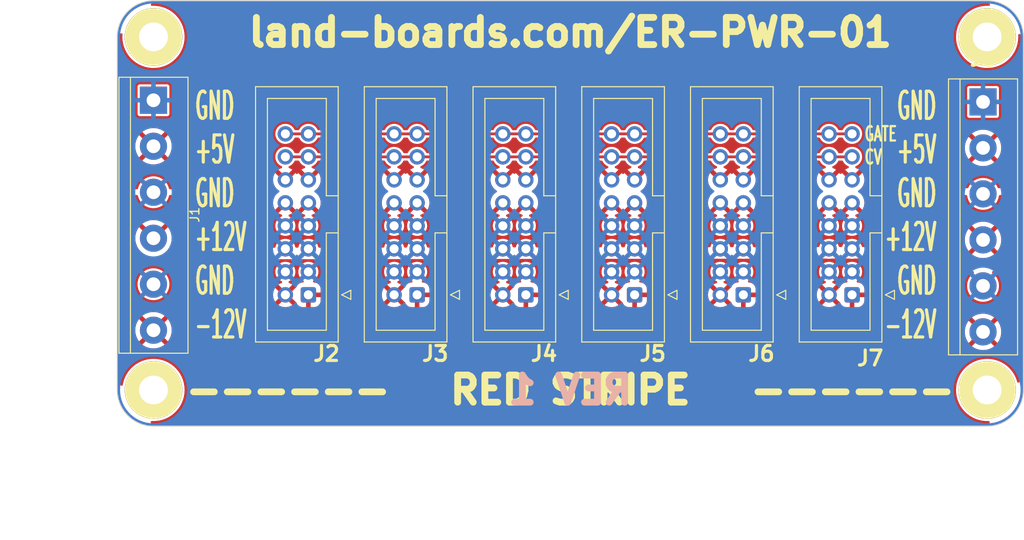
<source format=kicad_pcb>
(kicad_pcb (version 20221018) (generator pcbnew)
  (layers (0 "F.Cu" signal) (31 "B.Cu" signal) (34 "B.Paste" user) (35 "F.Paste" user) (36 "B.SilkS" user "B.Silkscreen") (37 "F.SilkS" user "F.Silkscreen") (38 "B.Mask" user) (39 "F.Mask" user) (44 "Edge.Cuts" user))
  (net 0 "")
  (net 1 "/P13")
  (net 2 "/P15")
  (net 3 "/-12V")
  (net 4 "/+12V")
  (net 5 "/+5V")
  (net 6 "/GND")
  (footprint "LandBoards_MountHoles:MTG-4-40" (layer "F.Cu") (at 94 83)
    (fp_text reference "MTG1" hide)
    (fp_text value "MountingHole" hide)
    (pad "1" thru_hole circle (at 0 0) (size 6.35 6.35) (drill 3.175) (layers "*.Cu" "*.Mask" "F.SilkS"))
  )
  (footprint "Connector_IDC:IDC-Header_2x08_P2.54mm_Vertical" (layer "F.Cu") (at 171.0944 72.4916 180)
    (fp_text reference "J7" (at -2 -7) (layer "F.SilkS") (effects (font (size 1.651 1.651) (thickness 0.34925))))
    (fp_text value "Conn_02x08_Odd_Even")
    (fp_line (start -4.68 -0.5) (end -4.68 0.5) (stroke (width 0.12)) (layer "F.SilkS"))
    (fp_line (start -4.68 0.5) (end -3.68 0) (stroke (width 0.12)) (layer "F.SilkS"))
    (fp_line (start -3.68 0) (end -4.68 -0.5) (stroke (width 0.12)) (layer "F.SilkS"))
    (fp_line (start -3.29 -5.21) (end 5.83 -5.21) (stroke (width 0.12)) (layer "F.SilkS"))
    (fp_line (start -3.29 6.84) (end -1.98 6.84) (stroke (width 0.12)) (layer "F.SilkS"))
    (fp_line (start -3.29 22.99) (end -3.29 -5.21) (stroke (width 0.12)) (layer "F.SilkS"))
    (fp_line (start -1.98 -3.91) (end 4.52 -3.91) (stroke (width 0.12)) (layer "F.SilkS"))
    (fp_line (start -1.98 6.84) (end -1.98 -3.91) (stroke (width 0.12)) (layer "F.SilkS"))
    (fp_line (start -1.98 10.94) (end -3.29 10.94) (stroke (width 0.12)) (layer "F.SilkS"))
    (fp_line (start -1.98 10.94) (end -1.98 10.94) (stroke (width 0.12)) (layer "F.SilkS"))
    (fp_line (start -1.98 21.69) (end -1.98 10.94) (stroke (width 0.12)) (layer "F.SilkS"))
    (fp_line (start 4.52 -3.91) (end 4.52 21.69) (stroke (width 0.12)) (layer "F.SilkS"))
    (fp_line (start 4.52 21.69) (end -1.98 21.69) (stroke (width 0.12)) (layer "F.SilkS"))
    (fp_line (start 5.83 -5.21) (end 5.83 22.99) (stroke (width 0.12)) (layer "F.SilkS"))
    (fp_line (start 5.83 22.99) (end -3.29 22.99) (stroke (width 0.12)) (layer "F.SilkS"))
    (pad "1" thru_hole roundrect (at 0 0 180) (size 1.7 1.7) (drill 1) (layers "*.Cu" "*.Mask") (roundrect_rratio 0.1470588235) (net 3 "/-12V"))
    (pad "2" thru_hole circle (at 2.54 0 180) (size 1.7 1.7) (drill 1) (layers "*.Cu" "*.Mask") (net 3 "/-12V"))
    (pad "3" thru_hole circle (at 0 2.54 180) (size 1.7 1.7) (drill 1) (layers "*.Cu" "*.Mask") (net 6 "/GND"))
    (pad "4" thru_hole circle (at 2.54 2.54 180) (size 1.7 1.7) (drill 1) (layers "*.Cu" "*.Mask") (net 6 "/GND"))
    (pad "5" thru_hole circle (at 0 5.08 180) (size 1.7 1.7) (drill 1) (layers "*.Cu" "*.Mask") (net 6 "/GND"))
    (pad "6" thru_hole circle (at 2.54 5.08 180) (size 1.7 1.7) (drill 1) (layers "*.Cu" "*.Mask") (net 6 "/GND"))
    (pad "7" thru_hole circle (at 0 7.62 180) (size 1.7 1.7) (drill 1) (layers "*.Cu" "*.Mask") (net 6 "/GND"))
    (pad "8" thru_hole circle (at 2.54 7.62 180) (size 1.7 1.7) (drill 1) (layers "*.Cu" "*.Mask") (net 6 "/GND"))
    (pad "9" thru_hole circle (at 0 10.16 180) (size 1.7 1.7) (drill 1) (layers "*.Cu" "*.Mask") (net 4 "/+12V"))
    (pad "10" thru_hole circle (at 2.54 10.16 180) (size 1.7 1.7) (drill 1) (layers "*.Cu" "*.Mask") (net 4 "/+12V"))
    (pad "11" thru_hole circle (at 0 12.7 180) (size 1.7 1.7) (drill 1) (layers "*.Cu" "*.Mask") (net 5 "/+5V"))
    (pad "12" thru_hole circle (at 2.54 12.7 180) (size 1.7 1.7) (drill 1) (layers "*.Cu" "*.Mask") (net 5 "/+5V"))
    (pad "13" thru_hole circle (at 0 15.24 180) (size 1.7 1.7) (drill 1) (layers "*.Cu" "*.Mask") (net 1 "/P13"))
    (pad "14" thru_hole circle (at 2.54 15.24 180) (size 1.7 1.7) (drill 1) (layers "*.Cu" "*.Mask") (net 1 "/P13"))
    (pad "15" thru_hole circle (at 0 17.78 180) (size 1.7 1.7) (drill 1) (layers "*.Cu" "*.Mask") (net 2 "/P15"))
    (pad "16" thru_hole circle (at 2.54 17.78 180) (size 1.7 1.7) (drill 1) (layers "*.Cu" "*.Mask") (net 2 "/P15"))
  )
  (footprint "TerminalBlock:TerminalBlock_bornier-6_P5.08mm" (layer "F.Cu") (at 185.547 51.181 -90)
    (fp_text reference "J8" (at -4.8 0 180) (layer "F.SilkS") (effects (font (size 1.651 1.651) (thickness 0.34925))))
    (fp_text value "Conn_01x06")
    (fp_line (start -2.54 -3.81) (end -2.54 3.81) (stroke (width 0.12)) (layer "F.SilkS"))
    (fp_line (start -2.54 -3.81) (end 27.94 -3.81) (stroke (width 0.12)) (layer "F.SilkS"))
    (fp_line (start -2.54 2.54) (end 27.94 2.54) (stroke (width 0.12)) (layer "F.SilkS"))
    (fp_line (start -2.54 3.81) (end 27.94 3.81) (stroke (width 0.12)) (layer "F.SilkS"))
    (fp_line (start 27.94 3.81) (end 27.94 -3.81) (stroke (width 0.12)) (layer "F.SilkS"))
    (pad "1" thru_hole rect (at 0 0 270) (size 3 3) (drill 1.52) (layers "*.Cu" "*.Mask") (net 6 "/GND"))
    (pad "2" thru_hole circle (at 5.08 0 270) (size 3 3) (drill 1.52) (layers "*.Cu" "*.Mask") (net 5 "/+5V"))
    (pad "3" thru_hole circle (at 10.16 0 270) (size 3 3) (drill 1.52) (layers "*.Cu" "*.Mask") (net 6 "/GND"))
    (pad "4" thru_hole circle (at 15.24 0 270) (size 3 3) (drill 1.52) (layers "*.Cu" "*.Mask") (net 4 "/+12V"))
    (pad "5" thru_hole circle (at 20.32 0 270) (size 3 3) (drill 1.52) (layers "*.Cu" "*.Mask") (net 6 "/GND"))
    (pad "6" thru_hole circle (at 25.4 0 270) (size 3 3) (drill 1.52) (layers "*.Cu" "*.Mask") (net 3 "/-12V"))
  )
  (footprint "Connector_IDC:IDC-Header_2x08_P2.54mm_Vertical" (layer "F.Cu") (at 111.0944 72.4916 180)
    (fp_text reference "J2" (at -2 -6.5) (layer "F.SilkS") (effects (font (size 1.651 1.651) (thickness 0.34925))))
    (fp_text value "Conn_02x08_Odd_Even")
    (fp_line (start -4.68 -0.5) (end -4.68 0.5) (stroke (width 0.12)) (layer "F.SilkS"))
    (fp_line (start -4.68 0.5) (end -3.68 0) (stroke (width 0.12)) (layer "F.SilkS"))
    (fp_line (start -3.68 0) (end -4.68 -0.5) (stroke (width 0.12)) (layer "F.SilkS"))
    (fp_line (start -3.29 -5.21) (end 5.83 -5.21) (stroke (width 0.12)) (layer "F.SilkS"))
    (fp_line (start -3.29 6.84) (end -1.98 6.84) (stroke (width 0.12)) (layer "F.SilkS"))
    (fp_line (start -3.29 22.99) (end -3.29 -5.21) (stroke (width 0.12)) (layer "F.SilkS"))
    (fp_line (start -1.98 -3.91) (end 4.52 -3.91) (stroke (width 0.12)) (layer "F.SilkS"))
    (fp_line (start -1.98 6.84) (end -1.98 -3.91) (stroke (width 0.12)) (layer "F.SilkS"))
    (fp_line (start -1.98 10.94) (end -3.29 10.94) (stroke (width 0.12)) (layer "F.SilkS"))
    (fp_line (start -1.98 10.94) (end -1.98 10.94) (stroke (width 0.12)) (layer "F.SilkS"))
    (fp_line (start -1.98 21.69) (end -1.98 10.94) (stroke (width 0.12)) (layer "F.SilkS"))
    (fp_line (start 4.52 -3.91) (end 4.52 21.69) (stroke (width 0.12)) (layer "F.SilkS"))
    (fp_line (start 4.52 21.69) (end -1.98 21.69) (stroke (width 0.12)) (layer "F.SilkS"))
    (fp_line (start 5.83 -5.21) (end 5.83 22.99) (stroke (width 0.12)) (layer "F.SilkS"))
    (fp_line (start 5.83 22.99) (end -3.29 22.99) (stroke (width 0.12)) (layer "F.SilkS"))
    (pad "1" thru_hole roundrect (at 0 0 180) (size 1.7 1.7) (drill 1) (layers "*.Cu" "*.Mask") (roundrect_rratio 0.1470588235) (net 3 "/-12V"))
    (pad "2" thru_hole circle (at 2.54 0 180) (size 1.7 1.7) (drill 1) (layers "*.Cu" "*.Mask") (net 3 "/-12V"))
    (pad "3" thru_hole circle (at 0 2.54 180) (size 1.7 1.7) (drill 1) (layers "*.Cu" "*.Mask") (net 6 "/GND"))
    (pad "4" thru_hole circle (at 2.54 2.54 180) (size 1.7 1.7) (drill 1) (layers "*.Cu" "*.Mask") (net 6 "/GND"))
    (pad "5" thru_hole circle (at 0 5.08 180) (size 1.7 1.7) (drill 1) (layers "*.Cu" "*.Mask") (net 6 "/GND"))
    (pad "6" thru_hole circle (at 2.54 5.08 180) (size 1.7 1.7) (drill 1) (layers "*.Cu" "*.Mask") (net 6 "/GND"))
    (pad "7" thru_hole circle (at 0 7.62 180) (size 1.7 1.7) (drill 1) (layers "*.Cu" "*.Mask") (net 6 "/GND"))
    (pad "8" thru_hole circle (at 2.54 7.62 180) (size 1.7 1.7) (drill 1) (layers "*.Cu" "*.Mask") (net 6 "/GND"))
    (pad "9" thru_hole circle (at 0 10.16 180) (size 1.7 1.7) (drill 1) (layers "*.Cu" "*.Mask") (net 4 "/+12V"))
    (pad "10" thru_hole circle (at 2.54 10.16 180) (size 1.7 1.7) (drill 1) (layers "*.Cu" "*.Mask") (net 4 "/+12V"))
    (pad "11" thru_hole circle (at 0 12.7 180) (size 1.7 1.7) (drill 1) (layers "*.Cu" "*.Mask") (net 5 "/+5V"))
    (pad "12" thru_hole circle (at 2.54 12.7 180) (size 1.7 1.7) (drill 1) (layers "*.Cu" "*.Mask") (net 5 "/+5V"))
    (pad "13" thru_hole circle (at 0 15.24 180) (size 1.7 1.7) (drill 1) (layers "*.Cu" "*.Mask") (net 1 "/P13"))
    (pad "14" thru_hole circle (at 2.54 15.24 180) (size 1.7 1.7) (drill 1) (layers "*.Cu" "*.Mask") (net 1 "/P13"))
    (pad "15" thru_hole circle (at 0 17.78 180) (size 1.7 1.7) (drill 1) (layers "*.Cu" "*.Mask") (net 2 "/P15"))
    (pad "16" thru_hole circle (at 2.54 17.78 180) (size 1.7 1.7) (drill 1) (layers "*.Cu" "*.Mask") (net 2 "/P15"))
  )
  (footprint "Connector_IDC:IDC-Header_2x08_P2.54mm_Vertical" (layer "F.Cu") (at 159.0944 72.4916 180)
    (fp_text reference "J6" (at -2 -6.5) (layer "F.SilkS") (effects (font (size 1.651 1.651) (thickness 0.34925))))
    (fp_text value "Conn_02x08_Odd_Even")
    (fp_line (start -4.68 -0.5) (end -4.68 0.5) (stroke (width 0.12)) (layer "F.SilkS"))
    (fp_line (start -4.68 0.5) (end -3.68 0) (stroke (width 0.12)) (layer "F.SilkS"))
    (fp_line (start -3.68 0) (end -4.68 -0.5) (stroke (width 0.12)) (layer "F.SilkS"))
    (fp_line (start -3.29 -5.21) (end 5.83 -5.21) (stroke (width 0.12)) (layer "F.SilkS"))
    (fp_line (start -3.29 6.84) (end -1.98 6.84) (stroke (width 0.12)) (layer "F.SilkS"))
    (fp_line (start -3.29 22.99) (end -3.29 -5.21) (stroke (width 0.12)) (layer "F.SilkS"))
    (fp_line (start -1.98 -3.91) (end 4.52 -3.91) (stroke (width 0.12)) (layer "F.SilkS"))
    (fp_line (start -1.98 6.84) (end -1.98 -3.91) (stroke (width 0.12)) (layer "F.SilkS"))
    (fp_line (start -1.98 10.94) (end -3.29 10.94) (stroke (width 0.12)) (layer "F.SilkS"))
    (fp_line (start -1.98 10.94) (end -1.98 10.94) (stroke (width 0.12)) (layer "F.SilkS"))
    (fp_line (start -1.98 21.69) (end -1.98 10.94) (stroke (width 0.12)) (layer "F.SilkS"))
    (fp_line (start 4.52 -3.91) (end 4.52 21.69) (stroke (width 0.12)) (layer "F.SilkS"))
    (fp_line (start 4.52 21.69) (end -1.98 21.69) (stroke (width 0.12)) (layer "F.SilkS"))
    (fp_line (start 5.83 -5.21) (end 5.83 22.99) (stroke (width 0.12)) (layer "F.SilkS"))
    (fp_line (start 5.83 22.99) (end -3.29 22.99) (stroke (width 0.12)) (layer "F.SilkS"))
    (pad "1" thru_hole roundrect (at 0 0 180) (size 1.7 1.7) (drill 1) (layers "*.Cu" "*.Mask") (roundrect_rratio 0.1470588235) (net 3 "/-12V"))
    (pad "2" thru_hole circle (at 2.54 0 180) (size 1.7 1.7) (drill 1) (layers "*.Cu" "*.Mask") (net 3 "/-12V"))
    (pad "3" thru_hole circle (at 0 2.54 180) (size 1.7 1.7) (drill 1) (layers "*.Cu" "*.Mask") (net 6 "/GND"))
    (pad "4" thru_hole circle (at 2.54 2.54 180) (size 1.7 1.7) (drill 1) (layers "*.Cu" "*.Mask") (net 6 "/GND"))
    (pad "5" thru_hole circle (at 0 5.08 180) (size 1.7 1.7) (drill 1) (layers "*.Cu" "*.Mask") (net 6 "/GND"))
    (pad "6" thru_hole circle (at 2.54 5.08 180) (size 1.7 1.7) (drill 1) (layers "*.Cu" "*.Mask") (net 6 "/GND"))
    (pad "7" thru_hole circle (at 0 7.62 180) (size 1.7 1.7) (drill 1) (layers "*.Cu" "*.Mask") (net 6 "/GND"))
    (pad "8" thru_hole circle (at 2.54 7.62 180) (size 1.7 1.7) (drill 1) (layers "*.Cu" "*.Mask") (net 6 "/GND"))
    (pad "9" thru_hole circle (at 0 10.16 180) (size 1.7 1.7) (drill 1) (layers "*.Cu" "*.Mask") (net 4 "/+12V"))
    (pad "10" thru_hole circle (at 2.54 10.16 180) (size 1.7 1.7) (drill 1) (layers "*.Cu" "*.Mask") (net 4 "/+12V"))
    (pad "11" thru_hole circle (at 0 12.7 180) (size 1.7 1.7) (drill 1) (layers "*.Cu" "*.Mask") (net 5 "/+5V"))
    (pad "12" thru_hole circle (at 2.54 12.7 180) (size 1.7 1.7) (drill 1) (layers "*.Cu" "*.Mask") (net 5 "/+5V"))
    (pad "13" thru_hole circle (at 0 15.24 180) (size 1.7 1.7) (drill 1) (layers "*.Cu" "*.Mask") (net 1 "/P13"))
    (pad "14" thru_hole circle (at 2.54 15.24 180) (size 1.7 1.7) (drill 1) (layers "*.Cu" "*.Mask") (net 1 "/P13"))
    (pad "15" thru_hole circle (at 0 17.78 180) (size 1.7 1.7) (drill 1) (layers "*.Cu" "*.Mask") (net 2 "/P15"))
    (pad "16" thru_hole circle (at 2.54 17.78 180) (size 1.7 1.7) (drill 1) (layers "*.Cu" "*.Mask") (net 2 "/P15"))
  )
  (footprint "Connector_IDC:IDC-Header_2x08_P2.54mm_Vertical" (layer "F.Cu") (at 147.0944 72.4916 180)
    (fp_text reference "J5" (at -2 -6.5) (layer "F.SilkS") (effects (font (size 1.651 1.651) (thickness 0.34925))))
    (fp_text value "Conn_02x08_Odd_Even")
    (fp_line (start -4.68 -0.5) (end -4.68 0.5) (stroke (width 0.12)) (layer "F.SilkS"))
    (fp_line (start -4.68 0.5) (end -3.68 0) (stroke (width 0.12)) (layer "F.SilkS"))
    (fp_line (start -3.68 0) (end -4.68 -0.5) (stroke (width 0.12)) (layer "F.SilkS"))
    (fp_line (start -3.29 -5.21) (end 5.83 -5.21) (stroke (width 0.12)) (layer "F.SilkS"))
    (fp_line (start -3.29 6.84) (end -1.98 6.84) (stroke (width 0.12)) (layer "F.SilkS"))
    (fp_line (start -3.29 22.99) (end -3.29 -5.21) (stroke (width 0.12)) (layer "F.SilkS"))
    (fp_line (start -1.98 -3.91) (end 4.52 -3.91) (stroke (width 0.12)) (layer "F.SilkS"))
    (fp_line (start -1.98 6.84) (end -1.98 -3.91) (stroke (width 0.12)) (layer "F.SilkS"))
    (fp_line (start -1.98 10.94) (end -3.29 10.94) (stroke (width 0.12)) (layer "F.SilkS"))
    (fp_line (start -1.98 10.94) (end -1.98 10.94) (stroke (width 0.12)) (layer "F.SilkS"))
    (fp_line (start -1.98 21.69) (end -1.98 10.94) (stroke (width 0.12)) (layer "F.SilkS"))
    (fp_line (start 4.52 -3.91) (end 4.52 21.69) (stroke (width 0.12)) (layer "F.SilkS"))
    (fp_line (start 4.52 21.69) (end -1.98 21.69) (stroke (width 0.12)) (layer "F.SilkS"))
    (fp_line (start 5.83 -5.21) (end 5.83 22.99) (stroke (width 0.12)) (layer "F.SilkS"))
    (fp_line (start 5.83 22.99) (end -3.29 22.99) (stroke (width 0.12)) (layer "F.SilkS"))
    (pad "1" thru_hole roundrect (at 0 0 180) (size 1.7 1.7) (drill 1) (layers "*.Cu" "*.Mask") (roundrect_rratio 0.1470588235) (net 3 "/-12V"))
    (pad "2" thru_hole circle (at 2.54 0 180) (size 1.7 1.7) (drill 1) (layers "*.Cu" "*.Mask") (net 3 "/-12V"))
    (pad "3" thru_hole circle (at 0 2.54 180) (size 1.7 1.7) (drill 1) (layers "*.Cu" "*.Mask") (net 6 "/GND"))
    (pad "4" thru_hole circle (at 2.54 2.54 180) (size 1.7 1.7) (drill 1) (layers "*.Cu" "*.Mask") (net 6 "/GND"))
    (pad "5" thru_hole circle (at 0 5.08 180) (size 1.7 1.7) (drill 1) (layers "*.Cu" "*.Mask") (net 6 "/GND"))
    (pad "6" thru_hole circle (at 2.54 5.08 180) (size 1.7 1.7) (drill 1) (layers "*.Cu" "*.Mask") (net 6 "/GND"))
    (pad "7" thru_hole circle (at 0 7.62 180) (size 1.7 1.7) (drill 1) (layers "*.Cu" "*.Mask") (net 6 "/GND"))
    (pad "8" thru_hole circle (at 2.54 7.62 180) (size 1.7 1.7) (drill 1) (layers "*.Cu" "*.Mask") (net 6 "/GND"))
    (pad "9" thru_hole circle (at 0 10.16 180) (size 1.7 1.7) (drill 1) (layers "*.Cu" "*.Mask") (net 4 "/+12V"))
    (pad "10" thru_hole circle (at 2.54 10.16 180) (size 1.7 1.7) (drill 1) (layers "*.Cu" "*.Mask") (net 4 "/+12V"))
    (pad "11" thru_hole circle (at 0 12.7 180) (size 1.7 1.7) (drill 1) (layers "*.Cu" "*.Mask") (net 5 "/+5V"))
    (pad "12" thru_hole circle (at 2.54 12.7 180) (size 1.7 1.7) (drill 1) (layers "*.Cu" "*.Mask") (net 5 "/+5V"))
    (pad "13" thru_hole circle (at 0 15.24 180) (size 1.7 1.7) (drill 1) (layers "*.Cu" "*.Mask") (net 1 "/P13"))
    (pad "14" thru_hole circle (at 2.54 15.24 180) (size 1.7 1.7) (drill 1) (layers "*.Cu" "*.Mask") (net 1 "/P13"))
    (pad "15" thru_hole circle (at 0 17.78 180) (size 1.7 1.7) (drill 1) (layers "*.Cu" "*.Mask") (net 2 "/P15"))
    (pad "16" thru_hole circle (at 2.54 17.78 180) (size 1.7 1.7) (drill 1) (layers "*.Cu" "*.Mask") (net 2 "/P15"))
  )
  (footprint "TerminalBlock:TerminalBlock_bornier-6_P5.08mm" (layer "F.Cu") (at 93.99999 51 -90)
    (fp_text reference "J1" (at 12.65 -4.55 90) (layer "F.SilkS"))
    (fp_text value "Conn_01x06")
    (fp_line (start -2.54 -3.81) (end -2.54 3.81) (stroke (width 0.12)) (layer "F.SilkS"))
    (fp_line (start -2.54 -3.81) (end 27.94 -3.81) (stroke (width 0.12)) (layer "F.SilkS"))
    (fp_line (start -2.54 2.54) (end 27.94 2.54) (stroke (width 0.12)) (layer "F.SilkS"))
    (fp_line (start -2.54 3.81) (end 27.94 3.81) (stroke (width 0.12)) (layer "F.SilkS"))
    (fp_line (start 27.94 3.81) (end 27.94 -3.81) (stroke (width 0.12)) (layer "F.SilkS"))
    (pad "1" thru_hole rect (at 0 0 270) (size 3 3) (drill 1.52) (layers "*.Cu" "*.Mask") (net 6 "/GND"))
    (pad "2" thru_hole circle (at 5.08 0 270) (size 3 3) (drill 1.52) (layers "*.Cu" "*.Mask") (net 5 "/+5V"))
    (pad "3" thru_hole circle (at 10.16 0 270) (size 3 3) (drill 1.52) (layers "*.Cu" "*.Mask") (net 6 "/GND"))
    (pad "4" thru_hole circle (at 15.24 0 270) (size 3 3) (drill 1.52) (layers "*.Cu" "*.Mask") (net 4 "/+12V"))
    (pad "5" thru_hole circle (at 20.32 0 270) (size 3 3) (drill 1.52) (layers "*.Cu" "*.Mask") (net 6 "/GND"))
    (pad "6" thru_hole circle (at 25.4 0 270) (size 3 3) (drill 1.52) (layers "*.Cu" "*.Mask") (net 3 "/-12V"))
  )
  (footprint "LandBoards_MountHoles:MTG-4-40" (layer "F.Cu") (at 94 44)
    (fp_text reference "MTG3" hide)
    (fp_text value "MountingHole" hide)
    (pad "1" thru_hole circle (at 0 0) (size 6.35 6.35) (drill 3.175) (layers "*.Cu" "*.Mask" "F.SilkS"))
  )
  (footprint "Connector_IDC:IDC-Header_2x08_P2.54mm_Vertical" (layer "F.Cu") (at 135.0944 72.4916 180)
    (fp_text reference "J4" (at -2 -6.5) (layer "F.SilkS") (effects (font (size 1.651 1.651) (thickness 0.34925))))
    (fp_text value "Conn_02x08_Odd_Even")
    (fp_line (start -4.68 -0.5) (end -4.68 0.5) (stroke (width 0.12)) (layer "F.SilkS"))
    (fp_line (start -4.68 0.5) (end -3.68 0) (stroke (width 0.12)) (layer "F.SilkS"))
    (fp_line (start -3.68 0) (end -4.68 -0.5) (stroke (width 0.12)) (layer "F.SilkS"))
    (fp_line (start -3.29 -5.21) (end 5.83 -5.21) (stroke (width 0.12)) (layer "F.SilkS"))
    (fp_line (start -3.29 6.84) (end -1.98 6.84) (stroke (width 0.12)) (layer "F.SilkS"))
    (fp_line (start -3.29 22.99) (end -3.29 -5.21) (stroke (width 0.12)) (layer "F.SilkS"))
    (fp_line (start -1.98 -3.91) (end 4.52 -3.91) (stroke (width 0.12)) (layer "F.SilkS"))
    (fp_line (start -1.98 6.84) (end -1.98 -3.91) (stroke (width 0.12)) (layer "F.SilkS"))
    (fp_line (start -1.98 10.94) (end -3.29 10.94) (stroke (width 0.12)) (layer "F.SilkS"))
    (fp_line (start -1.98 10.94) (end -1.98 10.94) (stroke (width 0.12)) (layer "F.SilkS"))
    (fp_line (start -1.98 21.69) (end -1.98 10.94) (stroke (width 0.12)) (layer "F.SilkS"))
    (fp_line (start 4.52 -3.91) (end 4.52 21.69) (stroke (width 0.12)) (layer "F.SilkS"))
    (fp_line (start 4.52 21.69) (end -1.98 21.69) (stroke (width 0.12)) (layer "F.SilkS"))
    (fp_line (start 5.83 -5.21) (end 5.83 22.99) (stroke (width 0.12)) (layer "F.SilkS"))
    (fp_line (start 5.83 22.99) (end -3.29 22.99) (stroke (width 0.12)) (layer "F.SilkS"))
    (pad "1" thru_hole roundrect (at 0 0 180) (size 1.7 1.7) (drill 1) (layers "*.Cu" "*.Mask") (roundrect_rratio 0.1470588235) (net 3 "/-12V"))
    (pad "2" thru_hole circle (at 2.54 0 180) (size 1.7 1.7) (drill 1) (layers "*.Cu" "*.Mask") (net 3 "/-12V"))
    (pad "3" thru_hole circle (at 0 2.54 180) (size 1.7 1.7) (drill 1) (layers "*.Cu" "*.Mask") (net 6 "/GND"))
    (pad "4" thru_hole circle (at 2.54 2.54 180) (size 1.7 1.7) (drill 1) (layers "*.Cu" "*.Mask") (net 6 "/GND"))
    (pad "5" thru_hole circle (at 0 5.08 180) (size 1.7 1.7) (drill 1) (layers "*.Cu" "*.Mask") (net 6 "/GND"))
    (pad "6" thru_hole circle (at 2.54 5.08 180) (size 1.7 1.7) (drill 1) (layers "*.Cu" "*.Mask") (net 6 "/GND"))
    (pad "7" thru_hole circle (at 0 7.62 180) (size 1.7 1.7) (drill 1) (layers "*.Cu" "*.Mask") (net 6 "/GND"))
    (pad "8" thru_hole circle (at 2.54 7.62 180) (size 1.7 1.7) (drill 1) (layers "*.Cu" "*.Mask") (net 6 "/GND"))
    (pad "9" thru_hole circle (at 0 10.16 180) (size 1.7 1.7) (drill 1) (layers "*.Cu" "*.Mask") (net 4 "/+12V"))
    (pad "10" thru_hole circle (at 2.54 10.16 180) (size 1.7 1.7) (drill 1) (layers "*.Cu" "*.Mask") (net 4 "/+12V"))
    (pad "11" thru_hole circle (at 0 12.7 180) (size 1.7 1.7) (drill 1) (layers "*.Cu" "*.Mask") (net 5 "/+5V"))
    (pad "12" thru_hole circle (at 2.54 12.7 180) (size 1.7 1.7) (drill 1) (layers "*.Cu" "*.Mask") (net 5 "/+5V"))
    (pad "13" thru_hole circle (at 0 15.24 180) (size 1.7 1.7) (drill 1) (layers "*.Cu" "*.Mask") (net 1 "/P13"))
    (pad "14" thru_hole circle (at 2.54 15.24 180) (size 1.7 1.7) (drill 1) (layers "*.Cu" "*.Mask") (net 1 "/P13"))
    (pad "15" thru_hole circle (at 0 17.78 180) (size 1.7 1.7) (drill 1) (layers "*.Cu" "*.Mask") (net 2 "/P15"))
    (pad "16" thru_hole circle (at 2.54 17.78 180) (size 1.7 1.7) (drill 1) (layers "*.Cu" "*.Mask") (net 2 "/P15"))
  )
  (footprint "Connector_IDC:IDC-Header_2x08_P2.54mm_Vertical" (layer "F.Cu") (at 123.0944 72.4916 180)
    (fp_text reference "J3" (at -2 -6.5) (layer "F.SilkS") (effects (font (size 1.651 1.651) (thickness 0.34925))))
    (fp_text value "Conn_02x08_Odd_Even")
    (fp_line (start -4.68 -0.5) (end -4.68 0.5) (stroke (width 0.12)) (layer "F.SilkS"))
    (fp_line (start -4.68 0.5) (end -3.68 0) (stroke (width 0.12)) (layer "F.SilkS"))
    (fp_line (start -3.68 0) (end -4.68 -0.5) (stroke (width 0.12)) (layer "F.SilkS"))
    (fp_line (start -3.29 -5.21) (end 5.83 -5.21) (stroke (width 0.12)) (layer "F.SilkS"))
    (fp_line (start -3.29 6.84) (end -1.98 6.84) (stroke (width 0.12)) (layer "F.SilkS"))
    (fp_line (start -3.29 22.99) (end -3.29 -5.21) (stroke (width 0.12)) (layer "F.SilkS"))
    (fp_line (start -1.98 -3.91) (end 4.52 -3.91) (stroke (width 0.12)) (layer "F.SilkS"))
    (fp_line (start -1.98 6.84) (end -1.98 -3.91) (stroke (width 0.12)) (layer "F.SilkS"))
    (fp_line (start -1.98 10.94) (end -3.29 10.94) (stroke (width 0.12)) (layer "F.SilkS"))
    (fp_line (start -1.98 10.94) (end -1.98 10.94) (stroke (width 0.12)) (layer "F.SilkS"))
    (fp_line (start -1.98 21.69) (end -1.98 10.94) (stroke (width 0.12)) (layer "F.SilkS"))
    (fp_line (start 4.52 -3.91) (end 4.52 21.69) (stroke (width 0.12)) (layer "F.SilkS"))
    (fp_line (start 4.52 21.69) (end -1.98 21.69) (stroke (width 0.12)) (layer "F.SilkS"))
    (fp_line (start 5.83 -5.21) (end 5.83 22.99) (stroke (width 0.12)) (layer "F.SilkS"))
    (fp_line (start 5.83 22.99) (end -3.29 22.99) (stroke (width 0.12)) (layer "F.SilkS"))
    (pad "1" thru_hole roundrect (at 0 0 180) (size 1.7 1.7) (drill 1) (layers "*.Cu" "*.Mask") (roundrect_rratio 0.1470588235) (net 3 "/-12V"))
    (pad "2" thru_hole circle (at 2.54 0 180) (size 1.7 1.7) (drill 1) (layers "*.Cu" "*.Mask") (net 3 "/-12V"))
    (pad "3" thru_hole circle (at 0 2.54 180) (size 1.7 1.7) (drill 1) (layers "*.Cu" "*.Mask") (net 6 "/GND"))
    (pad "4" thru_hole circle (at 2.54 2.54 180) (size 1.7 1.7) (drill 1) (layers "*.Cu" "*.Mask") (net 6 "/GND"))
    (pad "5" thru_hole circle (at 0 5.08 180) (size 1.7 1.7) (drill 1) (layers "*.Cu" "*.Mask") (net 6 "/GND"))
    (pad "6" thru_hole circle (at 2.54 5.08 180) (size 1.7 1.7) (drill 1) (layers "*.Cu" "*.Mask") (net 6 "/GND"))
    (pad "7" thru_hole circle (at 0 7.62 180) (size 1.7 1.7) (drill 1) (layers "*.Cu" "*.Mask") (net 6 "/GND"))
    (pad "8" thru_hole circle (at 2.54 7.62 180) (size 1.7 1.7) (drill 1) (layers "*.Cu" "*.Mask") (net 6 "/GND"))
    (pad "9" thru_hole circle (at 0 10.16 180) (size 1.7 1.7) (drill 1) (layers "*.Cu" "*.Mask") (net 4 "/+12V"))
    (pad "10" thru_hole circle (at 2.54 10.16 180) (size 1.7 1.7) (drill 1) (layers "*.Cu" "*.Mask") (net 4 "/+12V"))
    (pad "11" thru_hole circle (at 0 12.7 180) (size 1.7 1.7) (drill 1) (layers "*.Cu" "*.Mask") (net 5 "/+5V"))
    (pad "12" thru_hole circle (at 2.54 12.7 180) (size 1.7 1.7) (drill 1) (layers "*.Cu" "*.Mask") (net 5 "/+5V"))
    (pad "13" thru_hole circle (at 0 15.24 180) (size 1.7 1.7) (drill 1) (layers "*.Cu" "*.Mask") (net 1 "/P13"))
    (pad "14" thru_hole circle (at 2.54 15.24 180) (size 1.7 1.7) (drill 1) (layers "*.Cu" "*.Mask") (net 1 "/P13"))
    (pad "15" thru_hole circle (at 0 17.78 180) (size 1.7 1.7) (drill 1) (layers "*.Cu" "*.Mask") (net 2 "/P15"))
    (pad "16" thru_hole circle (at 2.54 17.78 180) (size 1.7 1.7) (drill 1) (layers "*.Cu" "*.Mask") (net 2 "/P15"))
  )
  (footprint "LandBoards_MountHoles:MTG-4-40" (layer "F.Cu") (at 186 83)
    (fp_text reference "MTG2" hide)
    (fp_text value "MountingHole" hide)
    (pad "1" thru_hole circle (at 0 0) (size 6.35 6.35) (drill 3.175) (layers "*.Cu" "*.Mask" "F.SilkS"))
  )
  (footprint "LandBoards_MountHoles:MTG-4-40" (layer "F.Cu") (at 186 44)
    (fp_text reference "MTG4" hide)
    (fp_text value "MountingHole" hide)
    (pad "1" thru_hole circle (at 0 0) (size 6.35 6.35) (drill 3.175) (layers "*.Cu" "*.Mask" "F.SilkS"))
  )
  (gr_line (start 94 40) (end 186 40) (stroke (width 0.1)) (layer "Edge.Cuts"))
  (gr_arc (start 90 44) (mid 91.171573 41.171573) (end 94 40) (stroke (width 0.1)) (layer "Edge.Cuts"))
  (gr_line (start 190 44) (end 190 83) (stroke (width 0.1)) (layer "Edge.Cuts"))
  (gr_line (start 186 87) (end 94 87) (stroke (width 0.1)) (layer "Edge.Cuts"))
  (gr_arc (start 186 40) (mid 188.828427 41.171573) (end 190 44) (stroke (width 0.1)) (layer "Edge.Cuts"))
  (gr_arc (start 94 87) (mid 91.171573 85.828427) (end 90 83) (stroke (width 0.1)) (layer "Edge.Cuts"))
  (gr_arc (start 190 83) (mid 188.828427 85.828427) (end 186 87) (stroke (width 0.1)) (layer "Edge.Cuts"))
  (gr_line (start 90 83) (end 90 44) (stroke (width 0.1)) (layer "Edge.Cuts"))
  (gr_text "REV 1" (at 140 83) (layer "B.SilkS") (effects (font (size 3 3) (thickness 0.75)) (justify mirror)))
  (gr_text "GND\n+5V\nGND\n+12V\nGND\n-12V" (at 180.594 63.7032) (layer "F.SilkS") (effects (font (size 3 1.4) (thickness 0.35)) (justify right)))
  (gr_text "GATE\nCV" (at 172.339 56) (layer "F.SilkS") (effects (font (size 1.5875 1) (thickness 0.25)) (justify left)))
  (gr_text "------   RED STRIPE   ------" (at 140 83) (layer "F.SilkS") (effects (font (size 3 3) (thickness 0.75))))
  (gr_text "GND\n+5V\nGND\n+12V\nGND\n-12V" (at 98.3996 63.7) (layer "F.SilkS") (effects (font (size 3 1.4) (thickness 0.35)) (justify left)))
  (gr_text "land-boards.com/ER-PWR-01" (at 140 43.5) (layer "F.SilkS") (effects (font (size 3 3) (thickness 0.75))))
  (segment (start 147.0944 57.2516) (end 156.5544 57.2516) (width 0.3048) (layer "F.Cu") (net 1))
  (segment (start 156.5544 57.2516) (end 159.0944 57.2516) (width 0.3048) (layer "F.Cu") (net 1))
  (segment (start 135.0944 57.2516) (end 144.5544 57.2516) (width 0.3048) (layer "F.Cu") (net 1))
  (segment (start 144.5544 57.2516) (end 147.0944 57.2516) (width 0.3048) (layer "F.Cu") (net 1))
  (segment (start 120.5544 57.2516) (end 123.0944 57.2516) (width 0.3048) (layer "F.Cu") (net 1))
  (segment (start 111.0944 57.2516) (end 120.5544 57.2516) (width 0.3048) (layer "F.Cu") (net 1))
  (segment (start 123.0944 57.2516) (end 132.5544 57.2516) (width 0.3048) (layer "F.Cu") (net 1))
  (segment (start 132.5544 57.2516) (end 135.0944 57.2516) (width 0.3048) (layer "F.Cu") (net 1))
  (segment (start 108.5544 57.2516) (end 111.0944 57.2516) (width 0.3048) (layer "F.Cu") (net 1))
  (segment (start 168.5544 57.2516) (end 171.0944 57.2516) (width 0.3048) (layer "F.Cu") (net 1))
  (segment (start 159.0944 57.2516) (end 168.5544 57.2516) (width 0.3048) (layer "F.Cu") (net 1))
  (segment (start 123.0944 54.7116) (end 132.5544 54.7116) (width 0.3048) (layer "F.Cu") (net 2))
  (segment (start 156.5544 54.7116) (end 159.0944 54.7116) (width 0.3048) (layer "F.Cu") (net 2))
  (segment (start 147.0944 54.7116) (end 156.5544 54.7116) (width 0.3048) (layer "F.Cu") (net 2))
  (segment (start 120.5544 54.7116) (end 123.0944 54.7116) (width 0.3048) (layer "F.Cu") (net 2))
  (segment (start 135.0944 54.7116) (end 144.5544 54.7116) (width 0.3048) (layer "F.Cu") (net 2))
  (segment (start 108.5544 54.7116) (end 111.0944 54.7116) (width 0.3048) (layer "F.Cu") (net 2))
  (segment (start 111.0944 54.7116) (end 120.5544 54.7116) (width 0.3048) (layer "F.Cu") (net 2))
  (segment (start 132.5544 54.7116) (end 135.0944 54.7116) (width 0.3048) (layer "F.Cu") (net 2))
  (segment (start 168.5544 54.7116) (end 171.0944 54.7116) (width 0.3048) (layer "F.Cu") (net 2))
  (segment (start 144.5544 54.7116) (end 147.0944 54.7116) (width 0.3048) (layer "F.Cu") (net 2))
  (segment (start 159.0944 54.7116) (end 168.5544 54.7116) (width 0.3048) (layer "F.Cu") (net 2))
  (zone (net 5) (net_name "/+5V") (layer "F.Cu") (connect_pads (clearance 0.254)) (min_thickness 0.254) (fill yes (thermal_gap 0.508) (thermal_bridge_width 0.508))
    (polygon (pts (xy 189.992 44.069) (xy 189.992 60.706) (xy 90.043 60.833) (xy 90.043 43.942) (xy 94.107 40.005) (xy 185.928 40.005)))
  )
  (zone (net 4) (net_name "/+12V") (layer "F.Cu") (connect_pads (clearance 0.254)) (min_thickness 0.254) (fill yes (thermal_gap 0.508) (thermal_bridge_width 0.508))
    (polygon (pts (xy 190 69) (xy 179.0192 69.088) (xy 174.3964 67.2084) (xy 90 67.31) (xy 89.916 61.468) (xy 190 61.468)))
  )
  (zone (net 3) (net_name "/-12V") (layer "F.Cu") (connect_pads (clearance 0.254)) (min_thickness 0.254) (fill yes (thermal_gap 0.508) (thermal_bridge_width 0.508))
    (polygon (pts (xy 174.3964 68.4784) (xy 178.1048 69.9008) (xy 189.992 69.85) (xy 190 81.5) (xy 186 87) (xy 94 87) (xy 90 82) (xy 90.043 68.58)))
  )
  (zone (net 6) (net_name "/GND") (layer "B.Cu") (connect_pads (clearance 0.508)) (min_thickness 0.254) (fill yes (thermal_gap 0.508) (thermal_bridge_width 0.508))
    (polygon (pts (xy 190 87) (xy 90 87) (xy 90 40) (xy 190 40)))
  )
)
</source>
